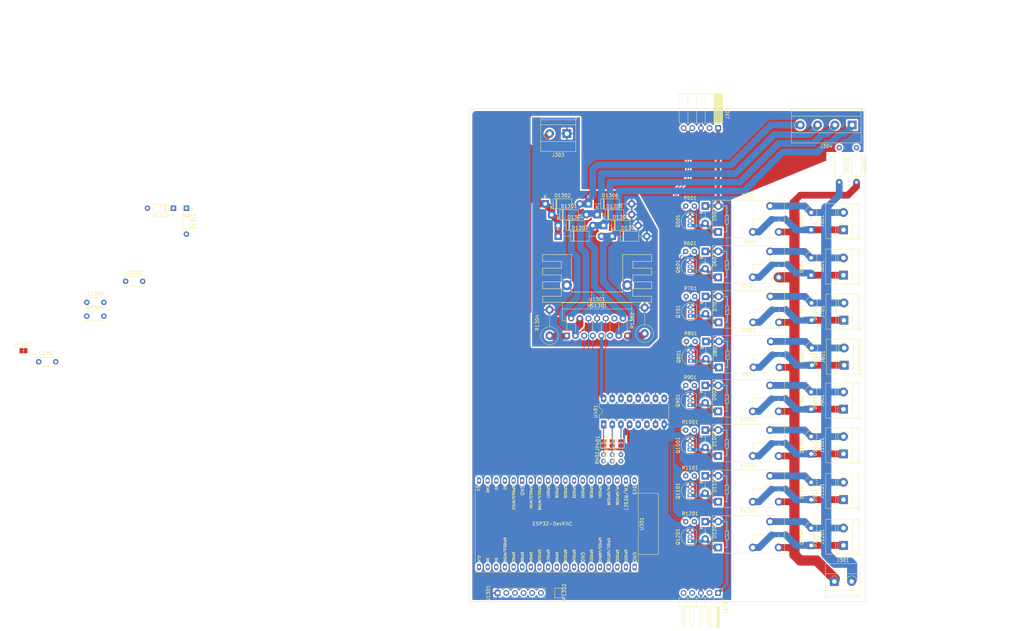
<source format=kicad_pcb>
(kicad_pcb (version 20211014) (generator pcbnew)

  (general
    (thickness 1.6)
  )

  (paper "A3" portrait)
  (layers
    (0 "F.Cu" signal)
    (31 "B.Cu" signal)
    (32 "B.Adhes" user "B.Adhesive")
    (33 "F.Adhes" user "F.Adhesive")
    (34 "B.Paste" user)
    (35 "F.Paste" user)
    (36 "B.SilkS" user "B.Silkscreen")
    (37 "F.SilkS" user "F.Silkscreen")
    (38 "B.Mask" user)
    (39 "F.Mask" user)
    (40 "Dwgs.User" user "User.Drawings")
    (41 "Cmts.User" user "User.Comments")
    (42 "Eco1.User" user "User.Eco1")
    (43 "Eco2.User" user "User.Eco2")
    (44 "Edge.Cuts" user)
    (45 "Margin" user)
    (46 "B.CrtYd" user "B.Courtyard")
    (47 "F.CrtYd" user "F.Courtyard")
    (48 "B.Fab" user)
    (49 "F.Fab" user)
    (50 "User.1" user "Nutzer.1")
    (51 "User.2" user "Nutzer.2")
    (52 "User.3" user "Nutzer.3")
    (53 "User.4" user "Nutzer.4")
    (54 "User.5" user "Nutzer.5")
    (55 "User.6" user "Nutzer.6")
    (56 "User.7" user "Nutzer.7")
    (57 "User.8" user "Nutzer.8")
    (58 "User.9" user "Nutzer.9")
  )

  (setup
    (stackup
      (layer "F.SilkS" (type "Top Silk Screen"))
      (layer "F.Paste" (type "Top Solder Paste"))
      (layer "F.Mask" (type "Top Solder Mask") (thickness 0.01))
      (layer "F.Cu" (type "copper") (thickness 0.035))
      (layer "dielectric 1" (type "core") (thickness 1.51) (material "FR4") (epsilon_r 4.5) (loss_tangent 0.02))
      (layer "B.Cu" (type "copper") (thickness 0.035))
      (layer "B.Mask" (type "Bottom Solder Mask") (thickness 0.01))
      (layer "B.Paste" (type "Bottom Solder Paste"))
      (layer "B.SilkS" (type "Bottom Silk Screen"))
      (copper_finish "None")
      (dielectric_constraints no)
    )
    (pad_to_mask_clearance 0)
    (pcbplotparams
      (layerselection 0x003ffff_ffffffff)
      (disableapertmacros false)
      (usegerberextensions false)
      (usegerberattributes true)
      (usegerberadvancedattributes true)
      (creategerberjobfile true)
      (svguseinch false)
      (svgprecision 6)
      (excludeedgelayer true)
      (plotframeref true)
      (viasonmask false)
      (mode 1)
      (useauxorigin false)
      (hpglpennumber 1)
      (hpglpenspeed 20)
      (hpglpendiameter 15.000000)
      (dxfpolygonmode true)
      (dxfimperialunits true)
      (dxfusepcbnewfont true)
      (psnegative false)
      (psa4output false)
      (plotreference true)
      (plotvalue true)
      (plotinvisibletext false)
      (sketchpadsonfab false)
      (subtractmaskfromsilk false)
      (outputformat 4)
      (mirror false)
      (drillshape 2)
      (scaleselection 1)
      (outputdirectory "Ausgaben/")
    )
  )

  (net 0 "")
  (net 1 "+12V")
  (net 2 "/Digital/Relais Ansteuerung/A")
  (net 3 "/Digital/Motortreiber/1Mess")
  (net 4 "/Digital/Relais Ansteuerung/B")
  (net 5 "Net-(Q501-Pad2)")
  (net 6 "GND")
  (net 7 "Net-(Q601-Pad2)")
  (net 8 "Net-(Q701-Pad2)")
  (net 9 "Net-(Q801-Pad2)")
  (net 10 "Net-(Q901-Pad2)")
  (net 11 "Net-(Q1001-Pad2)")
  (net 12 "Net-(Q1101-Pad2)")
  (net 13 "Net-(Q1201-Pad2)")
  (net 14 "/Digital/Motortreiber/2Mess")
  (net 15 "unconnected-(U401-Pad13)")
  (net 16 "/Digital/Relais Ansteuerung/Relais0/On")
  (net 17 "/Digital/Relais Ansteuerung/Relais1/On")
  (net 18 "/Digital/Relais Ansteuerung/Relais2/On")
  (net 19 "/Digital/Relais Ansteuerung/Relais3/On")
  (net 20 "/Digital/Relais Ansteuerung/Relais4/On")
  (net 21 "/Digital/Relais Ansteuerung/Relais5/On")
  (net 22 "/Digital/Relais Ansteuerung/Relais6/On")
  (net 23 "/Digital/Relais Ansteuerung/Relais7/On")
  (net 24 "/Digital/PCA9635 Servo/OE")
  (net 25 "+3V3")
  (net 26 "unconnected-(U301-Pad2)")
  (net 27 "unconnected-(U301-Pad3)")
  (net 28 "unconnected-(U301-Pad4)")
  (net 29 "unconnected-(U301-Pad5)")
  (net 30 "unconnected-(U301-Pad6)")
  (net 31 "unconnected-(U301-Pad7)")
  (net 32 "unconnected-(U301-Pad8)")
  (net 33 "unconnected-(U301-Pad9)")
  (net 34 "unconnected-(U301-Pad10)")
  (net 35 "unconnected-(U301-Pad11)")
  (net 36 "unconnected-(U301-Pad12)")
  (net 37 "unconnected-(U301-Pad13)")
  (net 38 "unconnected-(U301-Pad14)")
  (net 39 "unconnected-(U301-Pad15)")
  (net 40 "unconnected-(U301-Pad16)")
  (net 41 "unconnected-(U301-Pad17)")
  (net 42 "unconnected-(U301-Pad18)")
  (net 43 "unconnected-(U301-Pad19)")
  (net 44 "/Digital/SCL")
  (net 45 "/Digital/SDA")
  (net 46 "unconnected-(U301-Pad22)")
  (net 47 "unconnected-(U301-Pad23)")
  (net 48 "unconnected-(U301-Pad24)")
  (net 49 "unconnected-(U301-Pad25)")
  (net 50 "unconnected-(U301-Pad26)")
  (net 51 "unconnected-(U301-Pad27)")
  (net 52 "unconnected-(U301-Pad28)")
  (net 53 "unconnected-(U301-Pad29)")
  (net 54 "unconnected-(U301-Pad30)")
  (net 55 "unconnected-(U301-Pad31)")
  (net 56 "unconnected-(U301-Pad32)")
  (net 57 "unconnected-(U301-Pad33)")
  (net 58 "unconnected-(U301-Pad34)")
  (net 59 "unconnected-(U301-Pad35)")
  (net 60 "unconnected-(U301-Pad36)")
  (net 61 "unconnected-(U301-Pad37)")
  (net 62 "unconnected-(U301-Pad38)")
  (net 63 "Net-(J1301-Pad6)")
  (net 64 "/Digital/Relais Ansteuerung/Relais0/AB")
  (net 65 "/Digital/Relais Ansteuerung/Relais1/AB")
  (net 66 "/Digital/Relais Ansteuerung/Relais2/AB")
  (net 67 "/Digital/Relais Ansteuerung/Relais3/AB")
  (net 68 "/Digital/Relais Ansteuerung/Relais4/AB")
  (net 69 "/Digital/Relais Ansteuerung/Relais5/AB")
  (net 70 "/Digital/Relais Ansteuerung/Relais6/AB")
  (net 71 "/Digital/Relais Ansteuerung/Relais7/AB")
  (net 72 "/Digital/Relais Ansteuerung/Relais0/mitte")
  (net 73 "/Digital/Relais Ansteuerung/Relais1/mitte")
  (net 74 "/Digital/Relais Ansteuerung/Relais2/mitte")
  (net 75 "/Digital/Relais Ansteuerung/Relais3/mitte")
  (net 76 "/Digital/Relais Ansteuerung/Relais4/mitte")
  (net 77 "/Digital/Relais Ansteuerung/Relais5/mitte")
  (net 78 "/Digital/Relais Ansteuerung/Relais6/mitte")
  (net 79 "/Digital/Relais Ansteuerung/Relais7/mitte")
  (net 80 "/Digital/Motortreiber/M2B")
  (net 81 "/Digital/Motortreiber/M2A")
  (net 82 "/Digital/Motortreiber/M1B")
  (net 83 "/Digital/Motortreiber/M1A")
  (net 84 "/Digital/Motortreiber/1m")
  (net 85 "/Digital/Motortreiber/1A")
  (net 86 "/Digital/Motortreiber/1Enable")
  (net 87 "/Digital/Motortreiber/1B")
  (net 88 "+5V")
  (net 89 "/Digital/Motortreiber/2A")
  (net 90 "/Digital/Motortreiber/2Enable")
  (net 91 "/Digital/Motortreiber/2B")
  (net 92 "/Digital/Motortreiber/2m")
  (net 93 "/Digital/Motortreiber/GNDPWR")
  (net 94 "/Digital/Motortreiber/VS")
  (net 95 "Net-(JP401-Pad2)")
  (net 96 "Net-(JP402-Pad2)")
  (net 97 "Net-(JP403-Pad2)")

  (footprint "Diode_THT:D_DO-41_SOD81_P5.08mm_Vertical_KathodeUp" (layer "F.Cu") (at 178.541408 260.243591 90))

  (footprint "Diode_THT:D_DO-41_SOD81_P5.08mm_Vertical_KathodeUp" (layer "F.Cu") (at 147.32 226.695 -90))

  (footprint "Diode_THT:D_DO-41_SOD81_P5.08mm_Vertical_KathodeUp" (layer "F.Cu") (at 147.315 305.963591 -90))

  (footprint "Diode_THT:D_DO-41_SOD81_P5.08mm_Vertical_KathodeUp" (layer "F.Cu") (at 178.43 312.948591 90))

  (footprint "Jumper:SolderJumper-2_P1.3mm_Open_TrianglePad1.0x1.5mm" (layer "F.Cu") (at 104.14 340.36 -90))

  (footprint "Resistor_THT:R_Axial_DIN0207_L6.3mm_D2.5mm_P10.16mm_Horizontal" (layer "F.Cu") (at 186.69 209.55 -90))

  (footprint "Relay_THT:Relay_SPDT_Omron-G5Q-1" (layer "F.Cu") (at 151.251408 260.868591))

  (footprint "Resistor_THT:R_Axial_DIN0207_L6.3mm_D2.5mm_P2.54mm_Vertical" (layer "F.Cu") (at 141.605 279.4))

  (footprint "Resistor_THT:R_Axial_DIN0207_L6.3mm_D2.5mm_P2.54mm_Vertical" (layer "F.Cu") (at 141.711408 253.258591))

  (footprint "Diode_THT:D_DO-35_SOD27_P7.62mm_Horizontal" (layer "F.Cu") (at -5.08 227.33 -90))

  (footprint "Package_TO_SOT_THT:TO-92_Inline" (layer "F.Cu") (at 143.087817 272.202183 90))

  (footprint "Resistor_THT:R_Axial_DIN0207_L6.3mm_D2.5mm_P2.54mm_Vertical" (layer "F.Cu") (at 141.817817 266.487183))

  (footprint "Capacitor_THT:C_Disc_D6.0mm_W2.5mm_P5.00mm" (layer "F.Cu") (at -48.46 272.455))

  (footprint "Resistor_THT:R_Axial_DIN0516_L15.5mm_D5.0mm_P7.62mm_Vertical" (layer "F.Cu") (at 101.6 264.795 90))

  (footprint "Diode_THT:D_DO-41_SOD81_P12.70mm_Horizontal" (layer "F.Cu") (at 113.03 226.06))

  (footprint "Resistor_THT:R_Axial_DIN0204_L3.6mm_D1.6mm_P1.90mm_Vertical" (layer "F.Cu") (at 117.475 301.62 90))

  (footprint "Jumper:SolderJumper-2_P1.3mm_Open_TrianglePad1.0x1.5mm" (layer "F.Cu") (at 122.555 296.455 90))

  (footprint "Diode_THT:D_DO-41_SOD81_P10.16mm_Horizontal" (layer "F.Cu") (at 120.015 235.585))

  (footprint "Diode_THT:D_DO-41_SOD81_P12.70mm_Horizontal" (layer "F.Cu") (at 104.14 235.585))

  (footprint "Relay_THT:Relay_SPDT_Omron-G5Q-1" (layer "F.Cu") (at 151.357817 274.097183))

  (footprint "Diode_THT:D_DO-41_SOD81_P10.16mm_Horizontal" (layer "F.Cu") (at 115.57 229.235))

  (footprint "Resistor_THT:R_Axial_DIN0516_L15.5mm_D5.0mm_P7.62mm_Vertical" (layer "F.Cu") (at 129.54 264.16 90))

  (footprint "TerminalBlock_Phoenix:TerminalBlock_Phoenix_MKDS-1,5-2-5.08_1x02_P5.08mm_Horizontal" (layer "F.Cu") (at 106.685 205.435 180))

  (footprint "Diode_THT:D_DO-41_SOD81_P5.08mm_Vertical_KathodeUp" (layer "F.Cu") (at 178.435 233.68 90))

  (footprint "Jumper:SolderJumper-2_P1.3mm_Open_TrianglePad1.0x1.5mm" (layer "F.Cu") (at 120.015 296.455 90))

  (footprint "TerminalBlock_Phoenix:TerminalBlock_Phoenix_MKDS-1,5-2-5.08_1x02_P5.08mm_Horizontal" (layer "F.Cu") (at 187.96 286.385 90))

  (footprint "Connector_PinSocket_2.54mm:PinSocket_1x06_P2.54mm_Vertical" (layer "F.Cu") (at 86.36 340.36 90))

  (footprint "TerminalBlock_Phoenix:TerminalBlock_Phoenix_MKDS-1,5-2-5.08_1x02_P5.08mm_Horizontal" (layer "F.Cu") (at 187.96 326.39 90))

  (footprint "Diode_THT:D_DO-41_SOD81_P5.08mm_Vertical_KathodeUp" (layer "F.Cu") (at 147.32 319.405 -90))

  (footprint "Diode_THT:D_DO-41_SOD81_P5.08mm_Vertical_KathodeUp" (layer "F.Cu") (at 178.435 326.39 90))

  (footprint "TerminalBlock_Phoenix:TerminalBlock_Phoenix_MKDS-1,5-2-5.08_1x02_P5.08mm_Horizontal" (layer "F.Cu") (at 187.955 299.507183 90))

  (footprint "Resistor_THT:R_Axial_DIN0207_L6.3mm_D2.5mm_P2.54mm_Vertical" (layer "F.Cu") (at 141.6 305.963591))

  (footprint "Resistor_THT:R_Axial_DIN0207_L6.3mm_D2.5mm_P2.54mm_Vertical" (layer "F.Cu") (at 141.605 226.695))

  (footprint "Capacitor_THT:C_Disc_D6.0mm_W2.5mm_P5.00mm" (layer "F.Cu") (at -22.94 248.805))

  (footprint "Resistor_THT:R_Axial_DIN0207_L6.3mm_D2.5mm_P2.54mm_Vertical" (layer "F.Cu") (at 141.6 292.522183))

  (footprint "Jumper:SolderJumper-2_P1.3mm_Bridged2Bar_Pad1.0x1.5mm" (layer "F.Cu") (at -52.95 269.195))

  (footprint "Diode_THT:D_DO-41_SOD81_P5.08mm_Vertical_KathodeUp" (layer "F.Cu") (at 178.647817 273.472183 90))

  (footprint "Relay_THT:Relay_SPDT_Omron-G5Q-1" (layer "F.Cu") (at 151.14 300.132183))

  (footprint "TerminalBlock_Phoenix:TerminalBlock_Phoenix_MKDS-1,5-2-5.08_1x02_P5.08mm_Horizontal" (layer "F.Cu") (at 187.955 312.948591 90))

  (footprint "Diode_THT:D_DO-41_SOD81_P5.08mm_Vertical_KathodeUp" (layer "F.Cu") (at 178.435 247.015 90))

  (footprint "TerminalBlock_Phoenix:TerminalBlock_Phoenix_MKDS-1,5-2-5.08_1x02_P5.08mm_Horizontal" (layer "F.Cu") (at 185.255 337.005))

  (footprint "TerminalBlock_Phoenix:TerminalBlock_Phoenix_MKDS-1,5-2-5.08_1x02_P5.08mm_Horizontal" (layer "F.Cu") (at 187.96 247.015 90))

  (footprint "TerminalBlock_Phoenix:TerminalBlock_Phoenix_MKDS-1,5-2-5.08_1x02_P5.08mm_Horizontal" (layer "F.Cu") (at 187.96 233.68 90))

  (footprint "Relay_THT:Relay_SPDT_Omron-G5Q-1" (layer "F.Cu") (at 151.145 287.01))

  (footprint "Diode_THT:D_DO-41_SOD81_P5.08mm_Vertical_KathodeUp" (layer "F.Cu") (at 147.532817 266.487183 -90))

  (footprint "Resistor_THT:R_Axial_DIN0207_L6.3mm_D2.5mm_P2.54mm_Vertical" (layer "F.Cu")
    (tedit 5AE5139B) (tstamp 824cb17b-e35c-44eb-9894-788493e60133)
    (at 141.605 319.405)
    (descr "Resistor, Axial_DIN0207 series, Axial, Vertical, pin pitch=2.54mm, 0.25W = 1/4W, length*diameter=6.3*2.5mm^2, http://cdn-reichelt.de/documents/datenblatt/B400/1_4W%23YAG.pdf")
    (tags "Resistor Axial_DIN0207 series Axial Vertical pin pitch 2.54mm 0.25W = 1/4W length 6.3mm diameter 2.5mm")
    (property "Sheetfile" "Relais.kicad_sch")
    (property "Sheetname" "Relais7")
    (path "/c7d0284b-26f3-46a0-a20a-63616420e27a/e5b83e64-c70c-4e3c-91cb-1e480aa92410/11aa4829-cb94-4254-a0ad-0dd1ac3d494a/5cfb18af-5d0a-47f3-abf2-609f56a4eb88")
    (attr through_hole)
    (fp_text reference "R1201" (at 1.27 -2.37) (layer "F.SilkS")
      (effects (font (size 1 1) (thickness 0.15)))
      (tstamp 32a7a132-8c94-49d3-8d4f-78803e784a25)
    )
    (fp_text value "740" (at 1.27 2.37) (layer "F.Fab")
      (effects (font (size 1 1) (thickness 0.15)))
      (tstamp 091ec034-f4be-474b-b7c6-d556ef31abeb)
    )
    (fp_text user "${REFERENCE}" (at 1.27 -2.37) (layer "F.Fab")
      (effects (font (size 1 1) (thickness 0.15)))
      (tstamp 826ca198-404a-4720-b188-cf4f99e486b2)
    )
    (fp_line (start 1.37 0) (end 1.44 0) (layer "F.SilkS") (width 0.12) (tstamp 2eda9eb8-9b30-4f2f-aa5c-423c5a4eba4a))
    (fp_circle (center 0 0) (end 1.37 0) (layer "F.SilkS") (width 0.12) (fill none) (tstamp 43dcfb1b-359b-46f5-935b-16e1361bb652))
    (fp_line (start 3.59 1.5) (end 3.59 -1.5) (layer "F.CrtYd") (width 0.05) (tstamp 33803bef-3185-4838-a59a-efef34cecac5))
    (fp_line (start -1.5 1.5) (end 3.59 1.5) (layer "F.CrtYd") (width 0.05) (tstamp 5fca3cf8-55ca-43c0-b4fb-f1dd77a5cb58))
    (fp_line (start -1.5 -1.5) (end -1.5 1.5) (layer "F.CrtYd") (width 0.05) (tstamp 82bb2b74-9f58-44e0-9a67-7ee433a24af4))
    (fp_line (start 3.59 -1.5) (end -1.5 -1.5) (layer "F.CrtYd") (width 0.05) (tstamp a032ee1d-ddf3-4083-9f70-6b353d3be0b4))
    (fp_line (start 0 0) (end 2.54
... [1284936 chars truncated]
</source>
